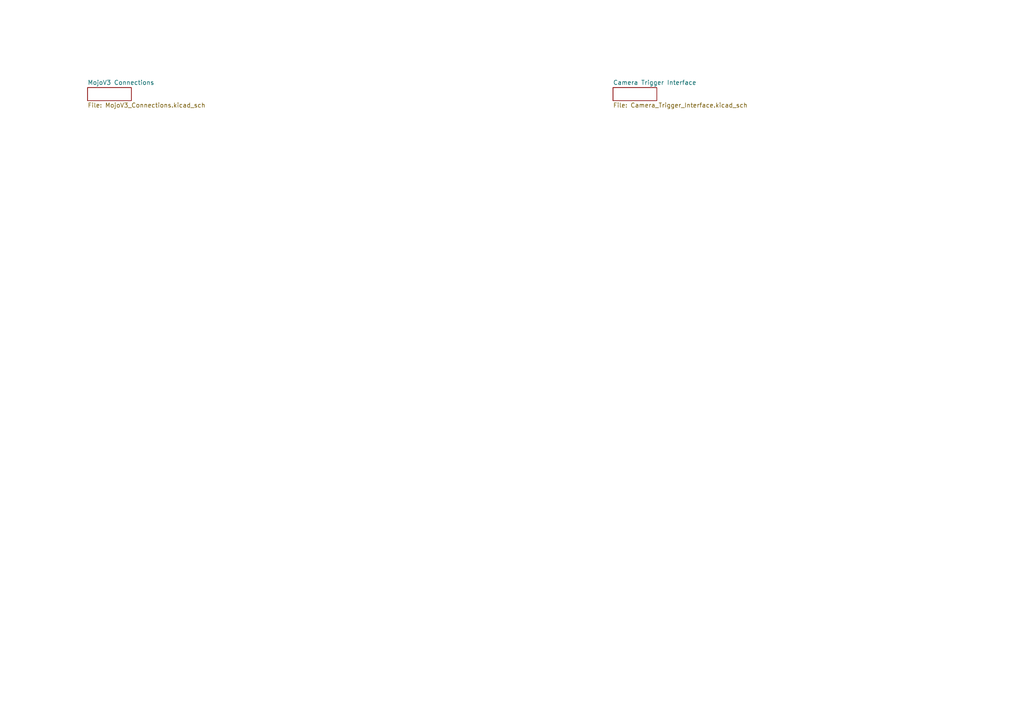
<source format=kicad_sch>
(kicad_sch
	(version 20231120)
	(generator "eeschema")
	(generator_version "8.0")
	(uuid "4a4eb78f-5bd3-4a61-b7d0-7a886b7fd536")
	(paper "A4")
	(lib_symbols)
	(sheet
		(at 25.4 25.4)
		(size 12.7 3.81)
		(fields_autoplaced yes)
		(stroke
			(width 0)
			(type solid)
		)
		(fill
			(color 0 0 0 0.0000)
		)
		(uuid "16dfca82-deb6-4fa4-8e52-d01bed01b7af")
		(property "Sheetname" "MojoV3 Connections"
			(at 25.4 24.6884 0)
			(effects
				(font
					(size 1.27 1.27)
				)
				(justify left bottom)
			)
		)
		(property "Sheetfile" "MojoV3_Connections.kicad_sch"
			(at 25.4 29.7946 0)
			(effects
				(font
					(size 1.27 1.27)
				)
				(justify left top)
			)
		)
		(instances
			(project "hdmi_trigger_interface"
				(path "/4a4eb78f-5bd3-4a61-b7d0-7a886b7fd536"
					(page "1")
				)
			)
		)
	)
	(sheet
		(at 177.8 25.4)
		(size 12.7 3.81)
		(fields_autoplaced yes)
		(stroke
			(width 0)
			(type solid)
		)
		(fill
			(color 0 0 0 0.0000)
		)
		(uuid "b603849c-8f02-4b70-9d1c-cef928d3b5bb")
		(property "Sheetname" "Camera Trigger Interface"
			(at 177.8 24.6884 0)
			(effects
				(font
					(size 1.27 1.27)
				)
				(justify left bottom)
			)
		)
		(property "Sheetfile" "Camera_Trigger_Interface.kicad_sch"
			(at 177.8 29.7946 0)
			(effects
				(font
					(size 1.27 1.27)
				)
				(justify left top)
			)
		)
		(instances
			(project "hdmi_trigger_interface"
				(path "/4a4eb78f-5bd3-4a61-b7d0-7a886b7fd536"
					(page "2")
				)
			)
		)
	)
	(sheet_instances
		(path "/"
			(page "1")
		)
	)
)
</source>
